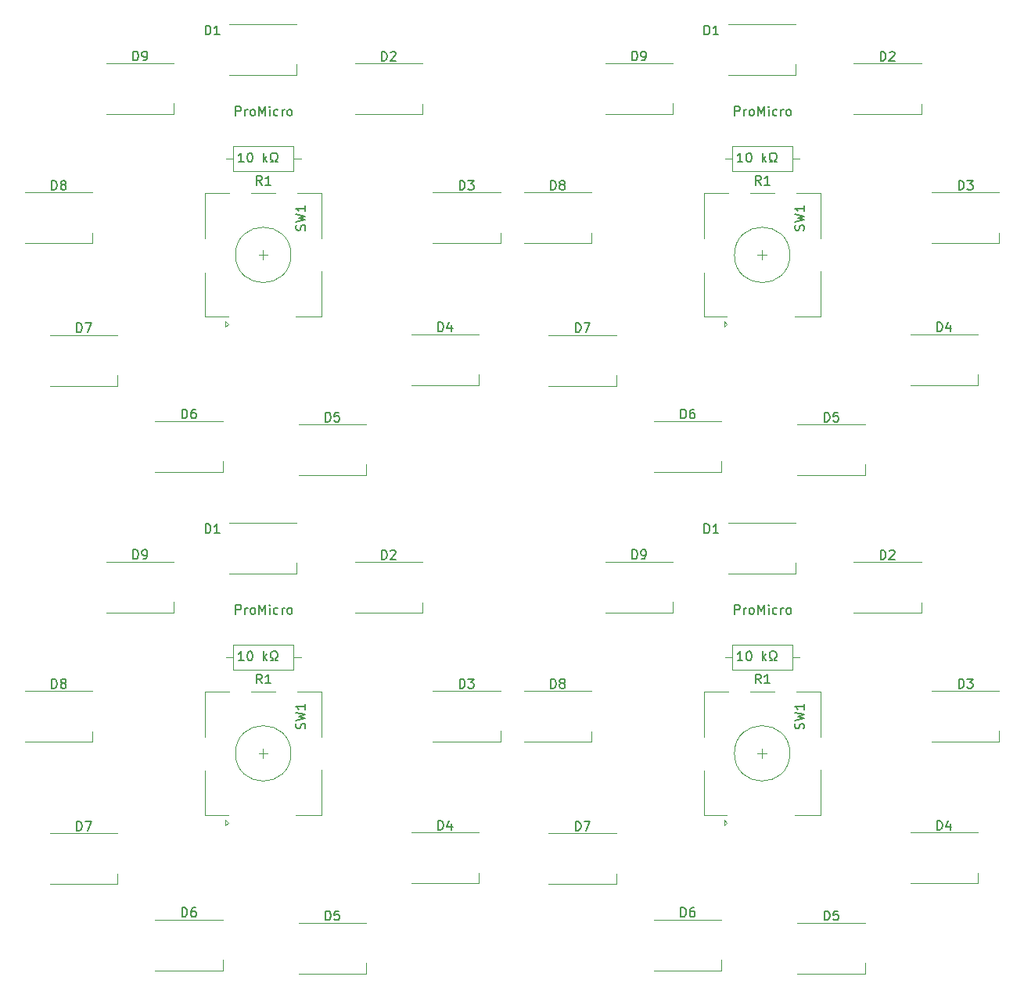
<source format=gbr>
%TF.GenerationSoftware,KiCad,Pcbnew,(6.0.0)*%
%TF.CreationDate,2022-01-01T21:56:51+01:00*%
%TF.ProjectId,VolumeKnob,566f6c75-6d65-44b6-9e6f-622e6b696361,rev?*%
%TF.SameCoordinates,Original*%
%TF.FileFunction,Legend,Top*%
%TF.FilePolarity,Positive*%
%FSLAX46Y46*%
G04 Gerber Fmt 4.6, Leading zero omitted, Abs format (unit mm)*
G04 Created by KiCad (PCBNEW (6.0.0)) date 2022-01-01 21:56:51*
%MOMM*%
%LPD*%
G01*
G04 APERTURE LIST*
%ADD10C,0.150000*%
%ADD11C,0.120000*%
G04 APERTURE END LIST*
D10*
%TO.C,D3*%
X71271901Y-42942377D02*
X71271901Y-41942377D01*
X71509997Y-41942377D01*
X71652854Y-41989997D01*
X71748092Y-42085235D01*
X71795711Y-42180473D01*
X71843330Y-42370949D01*
X71843330Y-42513806D01*
X71795711Y-42704282D01*
X71748092Y-42799520D01*
X71652854Y-42894758D01*
X71509997Y-42942377D01*
X71271901Y-42942377D01*
X72176663Y-41942377D02*
X72795711Y-41942377D01*
X72462377Y-42323330D01*
X72605235Y-42323330D01*
X72700473Y-42370949D01*
X72748092Y-42418568D01*
X72795711Y-42513806D01*
X72795711Y-42751901D01*
X72748092Y-42847139D01*
X72700473Y-42894758D01*
X72605235Y-42942377D01*
X72319520Y-42942377D01*
X72224282Y-42894758D01*
X72176663Y-42847139D01*
%TO.C,U1*%
X101036194Y-34912377D02*
X101036194Y-33912377D01*
X101417146Y-33912377D01*
X101512384Y-33959997D01*
X101560004Y-34007616D01*
X101607623Y-34102854D01*
X101607623Y-34245711D01*
X101560004Y-34340949D01*
X101512384Y-34388568D01*
X101417146Y-34436187D01*
X101036194Y-34436187D01*
X102036194Y-34912377D02*
X102036194Y-34245711D01*
X102036194Y-34436187D02*
X102083813Y-34340949D01*
X102131432Y-34293330D01*
X102226670Y-34245711D01*
X102321908Y-34245711D01*
X102798099Y-34912377D02*
X102702861Y-34864758D01*
X102655242Y-34817139D01*
X102607623Y-34721901D01*
X102607623Y-34436187D01*
X102655242Y-34340949D01*
X102702861Y-34293330D01*
X102798099Y-34245711D01*
X102940956Y-34245711D01*
X103036194Y-34293330D01*
X103083813Y-34340949D01*
X103131432Y-34436187D01*
X103131432Y-34721901D01*
X103083813Y-34817139D01*
X103036194Y-34864758D01*
X102940956Y-34912377D01*
X102798099Y-34912377D01*
X103560004Y-34912377D02*
X103560004Y-33912377D01*
X103893337Y-34626663D01*
X104226670Y-33912377D01*
X104226670Y-34912377D01*
X104702861Y-34912377D02*
X104702861Y-34245711D01*
X104702861Y-33912377D02*
X104655242Y-33959997D01*
X104702861Y-34007616D01*
X104750480Y-33959997D01*
X104702861Y-33912377D01*
X104702861Y-34007616D01*
X105607623Y-34864758D02*
X105512384Y-34912377D01*
X105321908Y-34912377D01*
X105226670Y-34864758D01*
X105179051Y-34817139D01*
X105131432Y-34721901D01*
X105131432Y-34436187D01*
X105179051Y-34340949D01*
X105226670Y-34293330D01*
X105321908Y-34245711D01*
X105512384Y-34245711D01*
X105607623Y-34293330D01*
X106036194Y-34912377D02*
X106036194Y-34245711D01*
X106036194Y-34436187D02*
X106083813Y-34340949D01*
X106131432Y-34293330D01*
X106226670Y-34245711D01*
X106321908Y-34245711D01*
X106798099Y-34912377D02*
X106702861Y-34864758D01*
X106655242Y-34817139D01*
X106607623Y-34721901D01*
X106607623Y-34436187D01*
X106655242Y-34340949D01*
X106702861Y-34293330D01*
X106798099Y-34245711D01*
X106940956Y-34245711D01*
X107036194Y-34293330D01*
X107083813Y-34340949D01*
X107131432Y-34436187D01*
X107131432Y-34721901D01*
X107083813Y-34817139D01*
X107036194Y-34864758D01*
X106940956Y-34912377D01*
X106798099Y-34912377D01*
%TO.C,D8*%
X81121908Y-96952383D02*
X81121908Y-95952383D01*
X81360004Y-95952383D01*
X81502861Y-96000003D01*
X81598099Y-96095241D01*
X81645718Y-96190479D01*
X81693337Y-96380955D01*
X81693337Y-96523812D01*
X81645718Y-96714288D01*
X81598099Y-96809526D01*
X81502861Y-96904764D01*
X81360004Y-96952383D01*
X81121908Y-96952383D01*
X82264765Y-96380955D02*
X82169527Y-96333336D01*
X82121908Y-96285717D01*
X82074289Y-96190479D01*
X82074289Y-96142860D01*
X82121908Y-96047622D01*
X82169527Y-96000003D01*
X82264765Y-95952383D01*
X82455242Y-95952383D01*
X82550480Y-96000003D01*
X82598099Y-96047622D01*
X82645718Y-96142860D01*
X82645718Y-96190479D01*
X82598099Y-96285717D01*
X82550480Y-96333336D01*
X82455242Y-96380955D01*
X82264765Y-96380955D01*
X82169527Y-96428574D01*
X82121908Y-96476193D01*
X82074289Y-96571431D01*
X82074289Y-96761907D01*
X82121908Y-96857145D01*
X82169527Y-96904764D01*
X82264765Y-96952383D01*
X82455242Y-96952383D01*
X82550480Y-96904764D01*
X82598099Y-96857145D01*
X82645718Y-96761907D01*
X82645718Y-96571431D01*
X82598099Y-96476193D01*
X82550480Y-96428574D01*
X82455242Y-96380955D01*
%TO.C,D4*%
X122931908Y-112292383D02*
X122931908Y-111292383D01*
X123170004Y-111292383D01*
X123312861Y-111340003D01*
X123408099Y-111435241D01*
X123455718Y-111530479D01*
X123503337Y-111720955D01*
X123503337Y-111863812D01*
X123455718Y-112054288D01*
X123408099Y-112149526D01*
X123312861Y-112244764D01*
X123170004Y-112292383D01*
X122931908Y-112292383D01*
X124360480Y-111625717D02*
X124360480Y-112292383D01*
X124122384Y-111244764D02*
X123884289Y-111959050D01*
X124503337Y-111959050D01*
%TO.C,D1*%
X43751901Y-26152377D02*
X43751901Y-25152377D01*
X43989997Y-25152377D01*
X44132854Y-25199997D01*
X44228092Y-25295235D01*
X44275711Y-25390473D01*
X44323330Y-25580949D01*
X44323330Y-25723806D01*
X44275711Y-25914282D01*
X44228092Y-26009520D01*
X44132854Y-26104758D01*
X43989997Y-26152377D01*
X43751901Y-26152377D01*
X45275711Y-26152377D02*
X44704282Y-26152377D01*
X44989997Y-26152377D02*
X44989997Y-25152377D01*
X44894758Y-25295235D01*
X44799520Y-25390473D01*
X44704282Y-25438092D01*
X97751908Y-80152383D02*
X97751908Y-79152383D01*
X97990004Y-79152383D01*
X98132861Y-79200003D01*
X98228099Y-79295241D01*
X98275718Y-79390479D01*
X98323337Y-79580955D01*
X98323337Y-79723812D01*
X98275718Y-79914288D01*
X98228099Y-80009526D01*
X98132861Y-80104764D01*
X97990004Y-80152383D01*
X97751908Y-80152383D01*
X99275718Y-80152383D02*
X98704289Y-80152383D01*
X98990004Y-80152383D02*
X98990004Y-79152383D01*
X98894765Y-79295241D01*
X98799527Y-79390479D01*
X98704289Y-79438098D01*
%TO.C,D3*%
X125271908Y-96942383D02*
X125271908Y-95942383D01*
X125510004Y-95942383D01*
X125652861Y-95990003D01*
X125748099Y-96085241D01*
X125795718Y-96180479D01*
X125843337Y-96370955D01*
X125843337Y-96513812D01*
X125795718Y-96704288D01*
X125748099Y-96799526D01*
X125652861Y-96894764D01*
X125510004Y-96942383D01*
X125271908Y-96942383D01*
X126176670Y-95942383D02*
X126795718Y-95942383D01*
X126462384Y-96323336D01*
X126605242Y-96323336D01*
X126700480Y-96370955D01*
X126748099Y-96418574D01*
X126795718Y-96513812D01*
X126795718Y-96751907D01*
X126748099Y-96847145D01*
X126700480Y-96894764D01*
X126605242Y-96942383D01*
X126319527Y-96942383D01*
X126224289Y-96894764D01*
X126176670Y-96847145D01*
%TO.C,D8*%
X27121901Y-42952377D02*
X27121901Y-41952377D01*
X27359997Y-41952377D01*
X27502854Y-41999997D01*
X27598092Y-42095235D01*
X27645711Y-42190473D01*
X27693330Y-42380949D01*
X27693330Y-42523806D01*
X27645711Y-42714282D01*
X27598092Y-42809520D01*
X27502854Y-42904758D01*
X27359997Y-42952377D01*
X27121901Y-42952377D01*
X28264758Y-42380949D02*
X28169520Y-42333330D01*
X28121901Y-42285711D01*
X28074282Y-42190473D01*
X28074282Y-42142854D01*
X28121901Y-42047616D01*
X28169520Y-41999997D01*
X28264758Y-41952377D01*
X28455235Y-41952377D01*
X28550473Y-41999997D01*
X28598092Y-42047616D01*
X28645711Y-42142854D01*
X28645711Y-42190473D01*
X28598092Y-42285711D01*
X28550473Y-42333330D01*
X28455235Y-42380949D01*
X28264758Y-42380949D01*
X28169520Y-42428568D01*
X28121901Y-42476187D01*
X28074282Y-42571425D01*
X28074282Y-42761901D01*
X28121901Y-42857139D01*
X28169520Y-42904758D01*
X28264758Y-42952377D01*
X28455235Y-42952377D01*
X28550473Y-42904758D01*
X28598092Y-42857139D01*
X28645711Y-42761901D01*
X28645711Y-42571425D01*
X28598092Y-42476187D01*
X28550473Y-42428568D01*
X28455235Y-42380949D01*
%TO.C,U1*%
X47036187Y-88912383D02*
X47036187Y-87912383D01*
X47417139Y-87912383D01*
X47512377Y-87960003D01*
X47559997Y-88007622D01*
X47607616Y-88102860D01*
X47607616Y-88245717D01*
X47559997Y-88340955D01*
X47512377Y-88388574D01*
X47417139Y-88436193D01*
X47036187Y-88436193D01*
X48036187Y-88912383D02*
X48036187Y-88245717D01*
X48036187Y-88436193D02*
X48083806Y-88340955D01*
X48131425Y-88293336D01*
X48226663Y-88245717D01*
X48321901Y-88245717D01*
X48798092Y-88912383D02*
X48702854Y-88864764D01*
X48655235Y-88817145D01*
X48607616Y-88721907D01*
X48607616Y-88436193D01*
X48655235Y-88340955D01*
X48702854Y-88293336D01*
X48798092Y-88245717D01*
X48940949Y-88245717D01*
X49036187Y-88293336D01*
X49083806Y-88340955D01*
X49131425Y-88436193D01*
X49131425Y-88721907D01*
X49083806Y-88817145D01*
X49036187Y-88864764D01*
X48940949Y-88912383D01*
X48798092Y-88912383D01*
X49559997Y-88912383D02*
X49559997Y-87912383D01*
X49893330Y-88626669D01*
X50226663Y-87912383D01*
X50226663Y-88912383D01*
X50702854Y-88912383D02*
X50702854Y-88245717D01*
X50702854Y-87912383D02*
X50655235Y-87960003D01*
X50702854Y-88007622D01*
X50750473Y-87960003D01*
X50702854Y-87912383D01*
X50702854Y-88007622D01*
X51607616Y-88864764D02*
X51512377Y-88912383D01*
X51321901Y-88912383D01*
X51226663Y-88864764D01*
X51179044Y-88817145D01*
X51131425Y-88721907D01*
X51131425Y-88436193D01*
X51179044Y-88340955D01*
X51226663Y-88293336D01*
X51321901Y-88245717D01*
X51512377Y-88245717D01*
X51607616Y-88293336D01*
X52036187Y-88912383D02*
X52036187Y-88245717D01*
X52036187Y-88436193D02*
X52083806Y-88340955D01*
X52131425Y-88293336D01*
X52226663Y-88245717D01*
X52321901Y-88245717D01*
X52798092Y-88912383D02*
X52702854Y-88864764D01*
X52655235Y-88817145D01*
X52607616Y-88721907D01*
X52607616Y-88436193D01*
X52655235Y-88340955D01*
X52702854Y-88293336D01*
X52798092Y-88245717D01*
X52940949Y-88245717D01*
X53036187Y-88293336D01*
X53083806Y-88340955D01*
X53131425Y-88436193D01*
X53131425Y-88721907D01*
X53083806Y-88817145D01*
X53036187Y-88864764D01*
X52940949Y-88912383D01*
X52798092Y-88912383D01*
X47036187Y-34912377D02*
X47036187Y-33912377D01*
X47417139Y-33912377D01*
X47512377Y-33959997D01*
X47559997Y-34007616D01*
X47607616Y-34102854D01*
X47607616Y-34245711D01*
X47559997Y-34340949D01*
X47512377Y-34388568D01*
X47417139Y-34436187D01*
X47036187Y-34436187D01*
X48036187Y-34912377D02*
X48036187Y-34245711D01*
X48036187Y-34436187D02*
X48083806Y-34340949D01*
X48131425Y-34293330D01*
X48226663Y-34245711D01*
X48321901Y-34245711D01*
X48798092Y-34912377D02*
X48702854Y-34864758D01*
X48655235Y-34817139D01*
X48607616Y-34721901D01*
X48607616Y-34436187D01*
X48655235Y-34340949D01*
X48702854Y-34293330D01*
X48798092Y-34245711D01*
X48940949Y-34245711D01*
X49036187Y-34293330D01*
X49083806Y-34340949D01*
X49131425Y-34436187D01*
X49131425Y-34721901D01*
X49083806Y-34817139D01*
X49036187Y-34864758D01*
X48940949Y-34912377D01*
X48798092Y-34912377D01*
X49559997Y-34912377D02*
X49559997Y-33912377D01*
X49893330Y-34626663D01*
X50226663Y-33912377D01*
X50226663Y-34912377D01*
X50702854Y-34912377D02*
X50702854Y-34245711D01*
X50702854Y-33912377D02*
X50655235Y-33959997D01*
X50702854Y-34007616D01*
X50750473Y-33959997D01*
X50702854Y-33912377D01*
X50702854Y-34007616D01*
X51607616Y-34864758D02*
X51512377Y-34912377D01*
X51321901Y-34912377D01*
X51226663Y-34864758D01*
X51179044Y-34817139D01*
X51131425Y-34721901D01*
X51131425Y-34436187D01*
X51179044Y-34340949D01*
X51226663Y-34293330D01*
X51321901Y-34245711D01*
X51512377Y-34245711D01*
X51607616Y-34293330D01*
X52036187Y-34912377D02*
X52036187Y-34245711D01*
X52036187Y-34436187D02*
X52083806Y-34340949D01*
X52131425Y-34293330D01*
X52226663Y-34245711D01*
X52321901Y-34245711D01*
X52798092Y-34912377D02*
X52702854Y-34864758D01*
X52655235Y-34817139D01*
X52607616Y-34721901D01*
X52607616Y-34436187D01*
X52655235Y-34340949D01*
X52702854Y-34293330D01*
X52798092Y-34245711D01*
X52940949Y-34245711D01*
X53036187Y-34293330D01*
X53083806Y-34340949D01*
X53131425Y-34436187D01*
X53131425Y-34721901D01*
X53083806Y-34817139D01*
X53036187Y-34864758D01*
X52940949Y-34912377D01*
X52798092Y-34912377D01*
%TO.C,SW1*%
X108504765Y-47333330D02*
X108552384Y-47190473D01*
X108552384Y-46952377D01*
X108504765Y-46857139D01*
X108457146Y-46809520D01*
X108361908Y-46761901D01*
X108266670Y-46761901D01*
X108171432Y-46809520D01*
X108123813Y-46857139D01*
X108076194Y-46952377D01*
X108028575Y-47142854D01*
X107980956Y-47238092D01*
X107933337Y-47285711D01*
X107838099Y-47333330D01*
X107742861Y-47333330D01*
X107647623Y-47285711D01*
X107600004Y-47238092D01*
X107552384Y-47142854D01*
X107552384Y-46904758D01*
X107600004Y-46761901D01*
X107552384Y-46428568D02*
X108552384Y-46190473D01*
X107838099Y-45999997D01*
X108552384Y-45809520D01*
X107552384Y-45571425D01*
X108552384Y-44666663D02*
X108552384Y-45238092D01*
X108552384Y-44952377D02*
X107552384Y-44952377D01*
X107695242Y-45047616D01*
X107790480Y-45142854D01*
X107838099Y-45238092D01*
%TO.C,D7*%
X29811901Y-112382383D02*
X29811901Y-111382383D01*
X30049997Y-111382383D01*
X30192854Y-111430003D01*
X30288092Y-111525241D01*
X30335711Y-111620479D01*
X30383330Y-111810955D01*
X30383330Y-111953812D01*
X30335711Y-112144288D01*
X30288092Y-112239526D01*
X30192854Y-112334764D01*
X30049997Y-112382383D01*
X29811901Y-112382383D01*
X30716663Y-111382383D02*
X31383330Y-111382383D01*
X30954758Y-112382383D01*
%TO.C,D5*%
X110731908Y-122072383D02*
X110731908Y-121072383D01*
X110970004Y-121072383D01*
X111112861Y-121120003D01*
X111208099Y-121215241D01*
X111255718Y-121310479D01*
X111303337Y-121500955D01*
X111303337Y-121643812D01*
X111255718Y-121834288D01*
X111208099Y-121929526D01*
X111112861Y-122024764D01*
X110970004Y-122072383D01*
X110731908Y-122072383D01*
X112208099Y-121072383D02*
X111731908Y-121072383D01*
X111684289Y-121548574D01*
X111731908Y-121500955D01*
X111827146Y-121453336D01*
X112065242Y-121453336D01*
X112160480Y-121500955D01*
X112208099Y-121548574D01*
X112255718Y-121643812D01*
X112255718Y-121881907D01*
X112208099Y-121977145D01*
X112160480Y-122024764D01*
X112065242Y-122072383D01*
X111827146Y-122072383D01*
X111731908Y-122024764D01*
X111684289Y-121977145D01*
%TO.C,D2*%
X62821901Y-28982377D02*
X62821901Y-27982377D01*
X63059997Y-27982377D01*
X63202854Y-28029997D01*
X63298092Y-28125235D01*
X63345711Y-28220473D01*
X63393330Y-28410949D01*
X63393330Y-28553806D01*
X63345711Y-28744282D01*
X63298092Y-28839520D01*
X63202854Y-28934758D01*
X63059997Y-28982377D01*
X62821901Y-28982377D01*
X63774282Y-28077616D02*
X63821901Y-28029997D01*
X63917139Y-27982377D01*
X64155235Y-27982377D01*
X64250473Y-28029997D01*
X64298092Y-28077616D01*
X64345711Y-28172854D01*
X64345711Y-28268092D01*
X64298092Y-28410949D01*
X63726663Y-28982377D01*
X64345711Y-28982377D01*
%TO.C,D1*%
X97751908Y-26152377D02*
X97751908Y-25152377D01*
X97990004Y-25152377D01*
X98132861Y-25199997D01*
X98228099Y-25295235D01*
X98275718Y-25390473D01*
X98323337Y-25580949D01*
X98323337Y-25723806D01*
X98275718Y-25914282D01*
X98228099Y-26009520D01*
X98132861Y-26104758D01*
X97990004Y-26152377D01*
X97751908Y-26152377D01*
X99275718Y-26152377D02*
X98704289Y-26152377D01*
X98990004Y-26152377D02*
X98990004Y-25152377D01*
X98894765Y-25295235D01*
X98799527Y-25390473D01*
X98704289Y-25438092D01*
%TO.C,D2*%
X62821901Y-82982383D02*
X62821901Y-81982383D01*
X63059997Y-81982383D01*
X63202854Y-82030003D01*
X63298092Y-82125241D01*
X63345711Y-82220479D01*
X63393330Y-82410955D01*
X63393330Y-82553812D01*
X63345711Y-82744288D01*
X63298092Y-82839526D01*
X63202854Y-82934764D01*
X63059997Y-82982383D01*
X62821901Y-82982383D01*
X63774282Y-82077622D02*
X63821901Y-82030003D01*
X63917139Y-81982383D01*
X64155235Y-81982383D01*
X64250473Y-82030003D01*
X64298092Y-82077622D01*
X64345711Y-82172860D01*
X64345711Y-82268098D01*
X64298092Y-82410955D01*
X63726663Y-82982383D01*
X64345711Y-82982383D01*
%TO.C,SW1*%
X54504758Y-101333336D02*
X54552377Y-101190479D01*
X54552377Y-100952383D01*
X54504758Y-100857145D01*
X54457139Y-100809526D01*
X54361901Y-100761907D01*
X54266663Y-100761907D01*
X54171425Y-100809526D01*
X54123806Y-100857145D01*
X54076187Y-100952383D01*
X54028568Y-101142860D01*
X53980949Y-101238098D01*
X53933330Y-101285717D01*
X53838092Y-101333336D01*
X53742854Y-101333336D01*
X53647616Y-101285717D01*
X53599997Y-101238098D01*
X53552377Y-101142860D01*
X53552377Y-100904764D01*
X53599997Y-100761907D01*
X53552377Y-100428574D02*
X54552377Y-100190479D01*
X53838092Y-100000003D01*
X54552377Y-99809526D01*
X53552377Y-99571431D01*
X54552377Y-98666669D02*
X54552377Y-99238098D01*
X54552377Y-98952383D02*
X53552377Y-98952383D01*
X53695235Y-99047622D01*
X53790473Y-99142860D01*
X53838092Y-99238098D01*
%TO.C,D5*%
X56731901Y-122072383D02*
X56731901Y-121072383D01*
X56969997Y-121072383D01*
X57112854Y-121120003D01*
X57208092Y-121215241D01*
X57255711Y-121310479D01*
X57303330Y-121500955D01*
X57303330Y-121643812D01*
X57255711Y-121834288D01*
X57208092Y-121929526D01*
X57112854Y-122024764D01*
X56969997Y-122072383D01*
X56731901Y-122072383D01*
X58208092Y-121072383D02*
X57731901Y-121072383D01*
X57684282Y-121548574D01*
X57731901Y-121500955D01*
X57827139Y-121453336D01*
X58065235Y-121453336D01*
X58160473Y-121500955D01*
X58208092Y-121548574D01*
X58255711Y-121643812D01*
X58255711Y-121881907D01*
X58208092Y-121977145D01*
X58160473Y-122024764D01*
X58065235Y-122072383D01*
X57827139Y-122072383D01*
X57731901Y-122024764D01*
X57684282Y-121977145D01*
%TO.C,D4*%
X68931901Y-58292377D02*
X68931901Y-57292377D01*
X69169997Y-57292377D01*
X69312854Y-57339997D01*
X69408092Y-57435235D01*
X69455711Y-57530473D01*
X69503330Y-57720949D01*
X69503330Y-57863806D01*
X69455711Y-58054282D01*
X69408092Y-58149520D01*
X69312854Y-58244758D01*
X69169997Y-58292377D01*
X68931901Y-58292377D01*
X70360473Y-57625711D02*
X70360473Y-58292377D01*
X70122377Y-57244758D02*
X69884282Y-57959044D01*
X70503330Y-57959044D01*
%TO.C,D5*%
X56731901Y-68072377D02*
X56731901Y-67072377D01*
X56969997Y-67072377D01*
X57112854Y-67119997D01*
X57208092Y-67215235D01*
X57255711Y-67310473D01*
X57303330Y-67500949D01*
X57303330Y-67643806D01*
X57255711Y-67834282D01*
X57208092Y-67929520D01*
X57112854Y-68024758D01*
X56969997Y-68072377D01*
X56731901Y-68072377D01*
X58208092Y-67072377D02*
X57731901Y-67072377D01*
X57684282Y-67548568D01*
X57731901Y-67500949D01*
X57827139Y-67453330D01*
X58065235Y-67453330D01*
X58160473Y-67500949D01*
X58208092Y-67548568D01*
X58255711Y-67643806D01*
X58255711Y-67881901D01*
X58208092Y-67977139D01*
X58160473Y-68024758D01*
X58065235Y-68072377D01*
X57827139Y-68072377D01*
X57731901Y-68024758D01*
X57684282Y-67977139D01*
%TO.C,R1*%
X103863337Y-96422383D02*
X103530004Y-95946193D01*
X103291908Y-96422383D02*
X103291908Y-95422383D01*
X103672861Y-95422383D01*
X103768099Y-95470003D01*
X103815718Y-95517622D01*
X103863337Y-95612860D01*
X103863337Y-95755717D01*
X103815718Y-95850955D01*
X103768099Y-95898574D01*
X103672861Y-95946193D01*
X103291908Y-95946193D01*
X104815718Y-96422383D02*
X104244289Y-96422383D01*
X104530004Y-96422383D02*
X104530004Y-95422383D01*
X104434765Y-95565241D01*
X104339527Y-95660479D01*
X104244289Y-95708098D01*
X101891432Y-93952383D02*
X101320004Y-93952383D01*
X101605718Y-93952383D02*
X101605718Y-92952383D01*
X101510480Y-93095241D01*
X101415242Y-93190479D01*
X101320004Y-93238098D01*
X102510480Y-92952383D02*
X102605718Y-92952383D01*
X102700956Y-93000003D01*
X102748575Y-93047622D01*
X102796194Y-93142860D01*
X102843813Y-93333336D01*
X102843813Y-93571431D01*
X102796194Y-93761907D01*
X102748575Y-93857145D01*
X102700956Y-93904764D01*
X102605718Y-93952383D01*
X102510480Y-93952383D01*
X102415242Y-93904764D01*
X102367623Y-93857145D01*
X102320004Y-93761907D01*
X102272384Y-93571431D01*
X102272384Y-93333336D01*
X102320004Y-93142860D01*
X102367623Y-93047622D01*
X102415242Y-93000003D01*
X102510480Y-92952383D01*
X104034289Y-93952383D02*
X104034289Y-92952383D01*
X104129527Y-93571431D02*
X104415242Y-93952383D01*
X104415242Y-93285717D02*
X104034289Y-93666669D01*
X104796194Y-93952383D02*
X105034289Y-93952383D01*
X105034289Y-93761907D01*
X104939051Y-93714288D01*
X104843813Y-93619050D01*
X104796194Y-93476193D01*
X104796194Y-93238098D01*
X104843813Y-93095241D01*
X104939051Y-93000003D01*
X105081908Y-92952383D01*
X105272384Y-92952383D01*
X105415242Y-93000003D01*
X105510480Y-93095241D01*
X105558099Y-93238098D01*
X105558099Y-93476193D01*
X105510480Y-93619050D01*
X105415242Y-93714288D01*
X105320004Y-93761907D01*
X105320004Y-93952383D01*
X105558099Y-93952383D01*
%TO.C,SW1*%
X54504758Y-47333330D02*
X54552377Y-47190473D01*
X54552377Y-46952377D01*
X54504758Y-46857139D01*
X54457139Y-46809520D01*
X54361901Y-46761901D01*
X54266663Y-46761901D01*
X54171425Y-46809520D01*
X54123806Y-46857139D01*
X54076187Y-46952377D01*
X54028568Y-47142854D01*
X53980949Y-47238092D01*
X53933330Y-47285711D01*
X53838092Y-47333330D01*
X53742854Y-47333330D01*
X53647616Y-47285711D01*
X53599997Y-47238092D01*
X53552377Y-47142854D01*
X53552377Y-46904758D01*
X53599997Y-46761901D01*
X53552377Y-46428568D02*
X54552377Y-46190473D01*
X53838092Y-45999997D01*
X54552377Y-45809520D01*
X53552377Y-45571425D01*
X54552377Y-44666663D02*
X54552377Y-45238092D01*
X54552377Y-44952377D02*
X53552377Y-44952377D01*
X53695235Y-45047616D01*
X53790473Y-45142854D01*
X53838092Y-45238092D01*
%TO.C,D3*%
X71271901Y-96942383D02*
X71271901Y-95942383D01*
X71509997Y-95942383D01*
X71652854Y-95990003D01*
X71748092Y-96085241D01*
X71795711Y-96180479D01*
X71843330Y-96370955D01*
X71843330Y-96513812D01*
X71795711Y-96704288D01*
X71748092Y-96799526D01*
X71652854Y-96894764D01*
X71509997Y-96942383D01*
X71271901Y-96942383D01*
X72176663Y-95942383D02*
X72795711Y-95942383D01*
X72462377Y-96323336D01*
X72605235Y-96323336D01*
X72700473Y-96370955D01*
X72748092Y-96418574D01*
X72795711Y-96513812D01*
X72795711Y-96751907D01*
X72748092Y-96847145D01*
X72700473Y-96894764D01*
X72605235Y-96942383D01*
X72319520Y-96942383D01*
X72224282Y-96894764D01*
X72176663Y-96847145D01*
%TO.C,D9*%
X89921908Y-28942377D02*
X89921908Y-27942377D01*
X90160004Y-27942377D01*
X90302861Y-27989997D01*
X90398099Y-28085235D01*
X90445718Y-28180473D01*
X90493337Y-28370949D01*
X90493337Y-28513806D01*
X90445718Y-28704282D01*
X90398099Y-28799520D01*
X90302861Y-28894758D01*
X90160004Y-28942377D01*
X89921908Y-28942377D01*
X90969527Y-28942377D02*
X91160004Y-28942377D01*
X91255242Y-28894758D01*
X91302861Y-28847139D01*
X91398099Y-28704282D01*
X91445718Y-28513806D01*
X91445718Y-28132854D01*
X91398099Y-28037616D01*
X91350480Y-27989997D01*
X91255242Y-27942377D01*
X91064765Y-27942377D01*
X90969527Y-27989997D01*
X90921908Y-28037616D01*
X90874289Y-28132854D01*
X90874289Y-28370949D01*
X90921908Y-28466187D01*
X90969527Y-28513806D01*
X91064765Y-28561425D01*
X91255242Y-28561425D01*
X91350480Y-28513806D01*
X91398099Y-28466187D01*
X91445718Y-28370949D01*
%TO.C,D6*%
X95211908Y-121712383D02*
X95211908Y-120712383D01*
X95450004Y-120712383D01*
X95592861Y-120760003D01*
X95688099Y-120855241D01*
X95735718Y-120950479D01*
X95783337Y-121140955D01*
X95783337Y-121283812D01*
X95735718Y-121474288D01*
X95688099Y-121569526D01*
X95592861Y-121664764D01*
X95450004Y-121712383D01*
X95211908Y-121712383D01*
X96640480Y-120712383D02*
X96450004Y-120712383D01*
X96354765Y-120760003D01*
X96307146Y-120807622D01*
X96211908Y-120950479D01*
X96164289Y-121140955D01*
X96164289Y-121521907D01*
X96211908Y-121617145D01*
X96259527Y-121664764D01*
X96354765Y-121712383D01*
X96545242Y-121712383D01*
X96640480Y-121664764D01*
X96688099Y-121617145D01*
X96735718Y-121521907D01*
X96735718Y-121283812D01*
X96688099Y-121188574D01*
X96640480Y-121140955D01*
X96545242Y-121093336D01*
X96354765Y-121093336D01*
X96259527Y-121140955D01*
X96211908Y-121188574D01*
X96164289Y-121283812D01*
%TO.C,D4*%
X122931908Y-58292377D02*
X122931908Y-57292377D01*
X123170004Y-57292377D01*
X123312861Y-57339997D01*
X123408099Y-57435235D01*
X123455718Y-57530473D01*
X123503337Y-57720949D01*
X123503337Y-57863806D01*
X123455718Y-58054282D01*
X123408099Y-58149520D01*
X123312861Y-58244758D01*
X123170004Y-58292377D01*
X122931908Y-58292377D01*
X124360480Y-57625711D02*
X124360480Y-58292377D01*
X124122384Y-57244758D02*
X123884289Y-57959044D01*
X124503337Y-57959044D01*
%TO.C,D9*%
X35921901Y-82942383D02*
X35921901Y-81942383D01*
X36159997Y-81942383D01*
X36302854Y-81990003D01*
X36398092Y-82085241D01*
X36445711Y-82180479D01*
X36493330Y-82370955D01*
X36493330Y-82513812D01*
X36445711Y-82704288D01*
X36398092Y-82799526D01*
X36302854Y-82894764D01*
X36159997Y-82942383D01*
X35921901Y-82942383D01*
X36969520Y-82942383D02*
X37159997Y-82942383D01*
X37255235Y-82894764D01*
X37302854Y-82847145D01*
X37398092Y-82704288D01*
X37445711Y-82513812D01*
X37445711Y-82132860D01*
X37398092Y-82037622D01*
X37350473Y-81990003D01*
X37255235Y-81942383D01*
X37064758Y-81942383D01*
X36969520Y-81990003D01*
X36921901Y-82037622D01*
X36874282Y-82132860D01*
X36874282Y-82370955D01*
X36921901Y-82466193D01*
X36969520Y-82513812D01*
X37064758Y-82561431D01*
X37255235Y-82561431D01*
X37350473Y-82513812D01*
X37398092Y-82466193D01*
X37445711Y-82370955D01*
X35921901Y-28942377D02*
X35921901Y-27942377D01*
X36159997Y-27942377D01*
X36302854Y-27989997D01*
X36398092Y-28085235D01*
X36445711Y-28180473D01*
X36493330Y-28370949D01*
X36493330Y-28513806D01*
X36445711Y-28704282D01*
X36398092Y-28799520D01*
X36302854Y-28894758D01*
X36159997Y-28942377D01*
X35921901Y-28942377D01*
X36969520Y-28942377D02*
X37159997Y-28942377D01*
X37255235Y-28894758D01*
X37302854Y-28847139D01*
X37398092Y-28704282D01*
X37445711Y-28513806D01*
X37445711Y-28132854D01*
X37398092Y-28037616D01*
X37350473Y-27989997D01*
X37255235Y-27942377D01*
X37064758Y-27942377D01*
X36969520Y-27989997D01*
X36921901Y-28037616D01*
X36874282Y-28132854D01*
X36874282Y-28370949D01*
X36921901Y-28466187D01*
X36969520Y-28513806D01*
X37064758Y-28561425D01*
X37255235Y-28561425D01*
X37350473Y-28513806D01*
X37398092Y-28466187D01*
X37445711Y-28370949D01*
%TO.C,D8*%
X27121901Y-96952383D02*
X27121901Y-95952383D01*
X27359997Y-95952383D01*
X27502854Y-96000003D01*
X27598092Y-96095241D01*
X27645711Y-96190479D01*
X27693330Y-96380955D01*
X27693330Y-96523812D01*
X27645711Y-96714288D01*
X27598092Y-96809526D01*
X27502854Y-96904764D01*
X27359997Y-96952383D01*
X27121901Y-96952383D01*
X28264758Y-96380955D02*
X28169520Y-96333336D01*
X28121901Y-96285717D01*
X28074282Y-96190479D01*
X28074282Y-96142860D01*
X28121901Y-96047622D01*
X28169520Y-96000003D01*
X28264758Y-95952383D01*
X28455235Y-95952383D01*
X28550473Y-96000003D01*
X28598092Y-96047622D01*
X28645711Y-96142860D01*
X28645711Y-96190479D01*
X28598092Y-96285717D01*
X28550473Y-96333336D01*
X28455235Y-96380955D01*
X28264758Y-96380955D01*
X28169520Y-96428574D01*
X28121901Y-96476193D01*
X28074282Y-96571431D01*
X28074282Y-96761907D01*
X28121901Y-96857145D01*
X28169520Y-96904764D01*
X28264758Y-96952383D01*
X28455235Y-96952383D01*
X28550473Y-96904764D01*
X28598092Y-96857145D01*
X28645711Y-96761907D01*
X28645711Y-96571431D01*
X28598092Y-96476193D01*
X28550473Y-96428574D01*
X28455235Y-96380955D01*
%TO.C,D4*%
X68931901Y-112292383D02*
X68931901Y-111292383D01*
X69169997Y-111292383D01*
X69312854Y-111340003D01*
X69408092Y-111435241D01*
X69455711Y-111530479D01*
X69503330Y-111720955D01*
X69503330Y-111863812D01*
X69455711Y-112054288D01*
X69408092Y-112149526D01*
X69312854Y-112244764D01*
X69169997Y-112292383D01*
X68931901Y-112292383D01*
X70360473Y-111625717D02*
X70360473Y-112292383D01*
X70122377Y-111244764D02*
X69884282Y-111959050D01*
X70503330Y-111959050D01*
%TO.C,D6*%
X41211901Y-67712377D02*
X41211901Y-66712377D01*
X41449997Y-66712377D01*
X41592854Y-66759997D01*
X41688092Y-66855235D01*
X41735711Y-66950473D01*
X41783330Y-67140949D01*
X41783330Y-67283806D01*
X41735711Y-67474282D01*
X41688092Y-67569520D01*
X41592854Y-67664758D01*
X41449997Y-67712377D01*
X41211901Y-67712377D01*
X42640473Y-66712377D02*
X42449997Y-66712377D01*
X42354758Y-66759997D01*
X42307139Y-66807616D01*
X42211901Y-66950473D01*
X42164282Y-67140949D01*
X42164282Y-67521901D01*
X42211901Y-67617139D01*
X42259520Y-67664758D01*
X42354758Y-67712377D01*
X42545235Y-67712377D01*
X42640473Y-67664758D01*
X42688092Y-67617139D01*
X42735711Y-67521901D01*
X42735711Y-67283806D01*
X42688092Y-67188568D01*
X42640473Y-67140949D01*
X42545235Y-67093330D01*
X42354758Y-67093330D01*
X42259520Y-67140949D01*
X42211901Y-67188568D01*
X42164282Y-67283806D01*
%TO.C,D7*%
X83811908Y-112382383D02*
X83811908Y-111382383D01*
X84050004Y-111382383D01*
X84192861Y-111430003D01*
X84288099Y-111525241D01*
X84335718Y-111620479D01*
X84383337Y-111810955D01*
X84383337Y-111953812D01*
X84335718Y-112144288D01*
X84288099Y-112239526D01*
X84192861Y-112334764D01*
X84050004Y-112382383D01*
X83811908Y-112382383D01*
X84716670Y-111382383D02*
X85383337Y-111382383D01*
X84954765Y-112382383D01*
X83811908Y-58382377D02*
X83811908Y-57382377D01*
X84050004Y-57382377D01*
X84192861Y-57429997D01*
X84288099Y-57525235D01*
X84335718Y-57620473D01*
X84383337Y-57810949D01*
X84383337Y-57953806D01*
X84335718Y-58144282D01*
X84288099Y-58239520D01*
X84192861Y-58334758D01*
X84050004Y-58382377D01*
X83811908Y-58382377D01*
X84716670Y-57382377D02*
X85383337Y-57382377D01*
X84954765Y-58382377D01*
%TO.C,D5*%
X110731908Y-68072377D02*
X110731908Y-67072377D01*
X110970004Y-67072377D01*
X111112861Y-67119997D01*
X111208099Y-67215235D01*
X111255718Y-67310473D01*
X111303337Y-67500949D01*
X111303337Y-67643806D01*
X111255718Y-67834282D01*
X111208099Y-67929520D01*
X111112861Y-68024758D01*
X110970004Y-68072377D01*
X110731908Y-68072377D01*
X112208099Y-67072377D02*
X111731908Y-67072377D01*
X111684289Y-67548568D01*
X111731908Y-67500949D01*
X111827146Y-67453330D01*
X112065242Y-67453330D01*
X112160480Y-67500949D01*
X112208099Y-67548568D01*
X112255718Y-67643806D01*
X112255718Y-67881901D01*
X112208099Y-67977139D01*
X112160480Y-68024758D01*
X112065242Y-68072377D01*
X111827146Y-68072377D01*
X111731908Y-68024758D01*
X111684289Y-67977139D01*
%TO.C,D1*%
X43751901Y-80152383D02*
X43751901Y-79152383D01*
X43989997Y-79152383D01*
X44132854Y-79200003D01*
X44228092Y-79295241D01*
X44275711Y-79390479D01*
X44323330Y-79580955D01*
X44323330Y-79723812D01*
X44275711Y-79914288D01*
X44228092Y-80009526D01*
X44132854Y-80104764D01*
X43989997Y-80152383D01*
X43751901Y-80152383D01*
X45275711Y-80152383D02*
X44704282Y-80152383D01*
X44989997Y-80152383D02*
X44989997Y-79152383D01*
X44894758Y-79295241D01*
X44799520Y-79390479D01*
X44704282Y-79438098D01*
%TO.C,D9*%
X89921908Y-82942383D02*
X89921908Y-81942383D01*
X90160004Y-81942383D01*
X90302861Y-81990003D01*
X90398099Y-82085241D01*
X90445718Y-82180479D01*
X90493337Y-82370955D01*
X90493337Y-82513812D01*
X90445718Y-82704288D01*
X90398099Y-82799526D01*
X90302861Y-82894764D01*
X90160004Y-82942383D01*
X89921908Y-82942383D01*
X90969527Y-82942383D02*
X91160004Y-82942383D01*
X91255242Y-82894764D01*
X91302861Y-82847145D01*
X91398099Y-82704288D01*
X91445718Y-82513812D01*
X91445718Y-82132860D01*
X91398099Y-82037622D01*
X91350480Y-81990003D01*
X91255242Y-81942383D01*
X91064765Y-81942383D01*
X90969527Y-81990003D01*
X90921908Y-82037622D01*
X90874289Y-82132860D01*
X90874289Y-82370955D01*
X90921908Y-82466193D01*
X90969527Y-82513812D01*
X91064765Y-82561431D01*
X91255242Y-82561431D01*
X91350480Y-82513812D01*
X91398099Y-82466193D01*
X91445718Y-82370955D01*
%TO.C,D3*%
X125271908Y-42942377D02*
X125271908Y-41942377D01*
X125510004Y-41942377D01*
X125652861Y-41989997D01*
X125748099Y-42085235D01*
X125795718Y-42180473D01*
X125843337Y-42370949D01*
X125843337Y-42513806D01*
X125795718Y-42704282D01*
X125748099Y-42799520D01*
X125652861Y-42894758D01*
X125510004Y-42942377D01*
X125271908Y-42942377D01*
X126176670Y-41942377D02*
X126795718Y-41942377D01*
X126462384Y-42323330D01*
X126605242Y-42323330D01*
X126700480Y-42370949D01*
X126748099Y-42418568D01*
X126795718Y-42513806D01*
X126795718Y-42751901D01*
X126748099Y-42847139D01*
X126700480Y-42894758D01*
X126605242Y-42942377D01*
X126319527Y-42942377D01*
X126224289Y-42894758D01*
X126176670Y-42847139D01*
%TO.C,R1*%
X49863330Y-42422377D02*
X49529997Y-41946187D01*
X49291901Y-42422377D02*
X49291901Y-41422377D01*
X49672854Y-41422377D01*
X49768092Y-41469997D01*
X49815711Y-41517616D01*
X49863330Y-41612854D01*
X49863330Y-41755711D01*
X49815711Y-41850949D01*
X49768092Y-41898568D01*
X49672854Y-41946187D01*
X49291901Y-41946187D01*
X50815711Y-42422377D02*
X50244282Y-42422377D01*
X50529997Y-42422377D02*
X50529997Y-41422377D01*
X50434758Y-41565235D01*
X50339520Y-41660473D01*
X50244282Y-41708092D01*
X47891425Y-39952377D02*
X47319997Y-39952377D01*
X47605711Y-39952377D02*
X47605711Y-38952377D01*
X47510473Y-39095235D01*
X47415235Y-39190473D01*
X47319997Y-39238092D01*
X48510473Y-38952377D02*
X48605711Y-38952377D01*
X48700949Y-38999997D01*
X48748568Y-39047616D01*
X48796187Y-39142854D01*
X48843806Y-39333330D01*
X48843806Y-39571425D01*
X48796187Y-39761901D01*
X48748568Y-39857139D01*
X48700949Y-39904758D01*
X48605711Y-39952377D01*
X48510473Y-39952377D01*
X48415235Y-39904758D01*
X48367616Y-39857139D01*
X48319997Y-39761901D01*
X48272377Y-39571425D01*
X48272377Y-39333330D01*
X48319997Y-39142854D01*
X48367616Y-39047616D01*
X48415235Y-38999997D01*
X48510473Y-38952377D01*
X50034282Y-39952377D02*
X50034282Y-38952377D01*
X50129520Y-39571425D02*
X50415235Y-39952377D01*
X50415235Y-39285711D02*
X50034282Y-39666663D01*
X50796187Y-39952377D02*
X51034282Y-39952377D01*
X51034282Y-39761901D01*
X50939044Y-39714282D01*
X50843806Y-39619044D01*
X50796187Y-39476187D01*
X50796187Y-39238092D01*
X50843806Y-39095235D01*
X50939044Y-38999997D01*
X51081901Y-38952377D01*
X51272377Y-38952377D01*
X51415235Y-38999997D01*
X51510473Y-39095235D01*
X51558092Y-39238092D01*
X51558092Y-39476187D01*
X51510473Y-39619044D01*
X51415235Y-39714282D01*
X51319997Y-39761901D01*
X51319997Y-39952377D01*
X51558092Y-39952377D01*
%TO.C,D2*%
X116821908Y-82982383D02*
X116821908Y-81982383D01*
X117060004Y-81982383D01*
X117202861Y-82030003D01*
X117298099Y-82125241D01*
X117345718Y-82220479D01*
X117393337Y-82410955D01*
X117393337Y-82553812D01*
X117345718Y-82744288D01*
X117298099Y-82839526D01*
X117202861Y-82934764D01*
X117060004Y-82982383D01*
X116821908Y-82982383D01*
X117774289Y-82077622D02*
X117821908Y-82030003D01*
X117917146Y-81982383D01*
X118155242Y-81982383D01*
X118250480Y-82030003D01*
X118298099Y-82077622D01*
X118345718Y-82172860D01*
X118345718Y-82268098D01*
X118298099Y-82410955D01*
X117726670Y-82982383D01*
X118345718Y-82982383D01*
%TO.C,D7*%
X29811901Y-58382377D02*
X29811901Y-57382377D01*
X30049997Y-57382377D01*
X30192854Y-57429997D01*
X30288092Y-57525235D01*
X30335711Y-57620473D01*
X30383330Y-57810949D01*
X30383330Y-57953806D01*
X30335711Y-58144282D01*
X30288092Y-58239520D01*
X30192854Y-58334758D01*
X30049997Y-58382377D01*
X29811901Y-58382377D01*
X30716663Y-57382377D02*
X31383330Y-57382377D01*
X30954758Y-58382377D01*
%TO.C,SW1*%
X108504765Y-101333336D02*
X108552384Y-101190479D01*
X108552384Y-100952383D01*
X108504765Y-100857145D01*
X108457146Y-100809526D01*
X108361908Y-100761907D01*
X108266670Y-100761907D01*
X108171432Y-100809526D01*
X108123813Y-100857145D01*
X108076194Y-100952383D01*
X108028575Y-101142860D01*
X107980956Y-101238098D01*
X107933337Y-101285717D01*
X107838099Y-101333336D01*
X107742861Y-101333336D01*
X107647623Y-101285717D01*
X107600004Y-101238098D01*
X107552384Y-101142860D01*
X107552384Y-100904764D01*
X107600004Y-100761907D01*
X107552384Y-100428574D02*
X108552384Y-100190479D01*
X107838099Y-100000003D01*
X108552384Y-99809526D01*
X107552384Y-99571431D01*
X108552384Y-98666669D02*
X108552384Y-99238098D01*
X108552384Y-98952383D02*
X107552384Y-98952383D01*
X107695242Y-99047622D01*
X107790480Y-99142860D01*
X107838099Y-99238098D01*
%TO.C,D8*%
X81121908Y-42952377D02*
X81121908Y-41952377D01*
X81360004Y-41952377D01*
X81502861Y-41999997D01*
X81598099Y-42095235D01*
X81645718Y-42190473D01*
X81693337Y-42380949D01*
X81693337Y-42523806D01*
X81645718Y-42714282D01*
X81598099Y-42809520D01*
X81502861Y-42904758D01*
X81360004Y-42952377D01*
X81121908Y-42952377D01*
X82264765Y-42380949D02*
X82169527Y-42333330D01*
X82121908Y-42285711D01*
X82074289Y-42190473D01*
X82074289Y-42142854D01*
X82121908Y-42047616D01*
X82169527Y-41999997D01*
X82264765Y-41952377D01*
X82455242Y-41952377D01*
X82550480Y-41999997D01*
X82598099Y-42047616D01*
X82645718Y-42142854D01*
X82645718Y-42190473D01*
X82598099Y-42285711D01*
X82550480Y-42333330D01*
X82455242Y-42380949D01*
X82264765Y-42380949D01*
X82169527Y-42428568D01*
X82121908Y-42476187D01*
X82074289Y-42571425D01*
X82074289Y-42761901D01*
X82121908Y-42857139D01*
X82169527Y-42904758D01*
X82264765Y-42952377D01*
X82455242Y-42952377D01*
X82550480Y-42904758D01*
X82598099Y-42857139D01*
X82645718Y-42761901D01*
X82645718Y-42571425D01*
X82598099Y-42476187D01*
X82550480Y-42428568D01*
X82455242Y-42380949D01*
%TO.C,R1*%
X49863330Y-96422383D02*
X49529997Y-95946193D01*
X49291901Y-96422383D02*
X49291901Y-95422383D01*
X49672854Y-95422383D01*
X49768092Y-95470003D01*
X49815711Y-95517622D01*
X49863330Y-95612860D01*
X49863330Y-95755717D01*
X49815711Y-95850955D01*
X49768092Y-95898574D01*
X49672854Y-95946193D01*
X49291901Y-95946193D01*
X50815711Y-96422383D02*
X50244282Y-96422383D01*
X50529997Y-96422383D02*
X50529997Y-95422383D01*
X50434758Y-95565241D01*
X50339520Y-95660479D01*
X50244282Y-95708098D01*
X47891425Y-93952383D02*
X47319997Y-93952383D01*
X47605711Y-93952383D02*
X47605711Y-92952383D01*
X47510473Y-93095241D01*
X47415235Y-93190479D01*
X47319997Y-93238098D01*
X48510473Y-92952383D02*
X48605711Y-92952383D01*
X48700949Y-93000003D01*
X48748568Y-93047622D01*
X48796187Y-93142860D01*
X48843806Y-93333336D01*
X48843806Y-93571431D01*
X48796187Y-93761907D01*
X48748568Y-93857145D01*
X48700949Y-93904764D01*
X48605711Y-93952383D01*
X48510473Y-93952383D01*
X48415235Y-93904764D01*
X48367616Y-93857145D01*
X48319997Y-93761907D01*
X48272377Y-93571431D01*
X48272377Y-93333336D01*
X48319997Y-93142860D01*
X48367616Y-93047622D01*
X48415235Y-93000003D01*
X48510473Y-92952383D01*
X50034282Y-93952383D02*
X50034282Y-92952383D01*
X50129520Y-93571431D02*
X50415235Y-93952383D01*
X50415235Y-93285717D02*
X50034282Y-93666669D01*
X50796187Y-93952383D02*
X51034282Y-93952383D01*
X51034282Y-93761907D01*
X50939044Y-93714288D01*
X50843806Y-93619050D01*
X50796187Y-93476193D01*
X50796187Y-93238098D01*
X50843806Y-93095241D01*
X50939044Y-93000003D01*
X51081901Y-92952383D01*
X51272377Y-92952383D01*
X51415235Y-93000003D01*
X51510473Y-93095241D01*
X51558092Y-93238098D01*
X51558092Y-93476193D01*
X51510473Y-93619050D01*
X51415235Y-93714288D01*
X51319997Y-93761907D01*
X51319997Y-93952383D01*
X51558092Y-93952383D01*
%TO.C,D6*%
X95211908Y-67712377D02*
X95211908Y-66712377D01*
X95450004Y-66712377D01*
X95592861Y-66759997D01*
X95688099Y-66855235D01*
X95735718Y-66950473D01*
X95783337Y-67140949D01*
X95783337Y-67283806D01*
X95735718Y-67474282D01*
X95688099Y-67569520D01*
X95592861Y-67664758D01*
X95450004Y-67712377D01*
X95211908Y-67712377D01*
X96640480Y-66712377D02*
X96450004Y-66712377D01*
X96354765Y-66759997D01*
X96307146Y-66807616D01*
X96211908Y-66950473D01*
X96164289Y-67140949D01*
X96164289Y-67521901D01*
X96211908Y-67617139D01*
X96259527Y-67664758D01*
X96354765Y-67712377D01*
X96545242Y-67712377D01*
X96640480Y-67664758D01*
X96688099Y-67617139D01*
X96735718Y-67521901D01*
X96735718Y-67283806D01*
X96688099Y-67188568D01*
X96640480Y-67140949D01*
X96545242Y-67093330D01*
X96354765Y-67093330D01*
X96259527Y-67140949D01*
X96211908Y-67188568D01*
X96164289Y-67283806D01*
%TO.C,R1*%
X103863337Y-42422377D02*
X103530004Y-41946187D01*
X103291908Y-42422377D02*
X103291908Y-41422377D01*
X103672861Y-41422377D01*
X103768099Y-41469997D01*
X103815718Y-41517616D01*
X103863337Y-41612854D01*
X103863337Y-41755711D01*
X103815718Y-41850949D01*
X103768099Y-41898568D01*
X103672861Y-41946187D01*
X103291908Y-41946187D01*
X104815718Y-42422377D02*
X104244289Y-42422377D01*
X104530004Y-42422377D02*
X104530004Y-41422377D01*
X104434765Y-41565235D01*
X104339527Y-41660473D01*
X104244289Y-41708092D01*
X101891432Y-39952377D02*
X101320004Y-39952377D01*
X101605718Y-39952377D02*
X101605718Y-38952377D01*
X101510480Y-39095235D01*
X101415242Y-39190473D01*
X101320004Y-39238092D01*
X102510480Y-38952377D02*
X102605718Y-38952377D01*
X102700956Y-38999997D01*
X102748575Y-39047616D01*
X102796194Y-39142854D01*
X102843813Y-39333330D01*
X102843813Y-39571425D01*
X102796194Y-39761901D01*
X102748575Y-39857139D01*
X102700956Y-39904758D01*
X102605718Y-39952377D01*
X102510480Y-39952377D01*
X102415242Y-39904758D01*
X102367623Y-39857139D01*
X102320004Y-39761901D01*
X102272384Y-39571425D01*
X102272384Y-39333330D01*
X102320004Y-39142854D01*
X102367623Y-39047616D01*
X102415242Y-38999997D01*
X102510480Y-38952377D01*
X104034289Y-39952377D02*
X104034289Y-38952377D01*
X104129527Y-39571425D02*
X104415242Y-39952377D01*
X104415242Y-39285711D02*
X104034289Y-39666663D01*
X104796194Y-39952377D02*
X105034289Y-39952377D01*
X105034289Y-39761901D01*
X104939051Y-39714282D01*
X104843813Y-39619044D01*
X104796194Y-39476187D01*
X104796194Y-39238092D01*
X104843813Y-39095235D01*
X104939051Y-38999997D01*
X105081908Y-38952377D01*
X105272384Y-38952377D01*
X105415242Y-38999997D01*
X105510480Y-39095235D01*
X105558099Y-39238092D01*
X105558099Y-39476187D01*
X105510480Y-39619044D01*
X105415242Y-39714282D01*
X105320004Y-39761901D01*
X105320004Y-39952377D01*
X105558099Y-39952377D01*
%TO.C,U1*%
X101036194Y-88912383D02*
X101036194Y-87912383D01*
X101417146Y-87912383D01*
X101512384Y-87960003D01*
X101560004Y-88007622D01*
X101607623Y-88102860D01*
X101607623Y-88245717D01*
X101560004Y-88340955D01*
X101512384Y-88388574D01*
X101417146Y-88436193D01*
X101036194Y-88436193D01*
X102036194Y-88912383D02*
X102036194Y-88245717D01*
X102036194Y-88436193D02*
X102083813Y-88340955D01*
X102131432Y-88293336D01*
X102226670Y-88245717D01*
X102321908Y-88245717D01*
X102798099Y-88912383D02*
X102702861Y-88864764D01*
X102655242Y-88817145D01*
X102607623Y-88721907D01*
X102607623Y-88436193D01*
X102655242Y-88340955D01*
X102702861Y-88293336D01*
X102798099Y-88245717D01*
X102940956Y-88245717D01*
X103036194Y-88293336D01*
X103083813Y-88340955D01*
X103131432Y-88436193D01*
X103131432Y-88721907D01*
X103083813Y-88817145D01*
X103036194Y-88864764D01*
X102940956Y-88912383D01*
X102798099Y-88912383D01*
X103560004Y-88912383D02*
X103560004Y-87912383D01*
X103893337Y-88626669D01*
X104226670Y-87912383D01*
X104226670Y-88912383D01*
X104702861Y-88912383D02*
X104702861Y-88245717D01*
X104702861Y-87912383D02*
X104655242Y-87960003D01*
X104702861Y-88007622D01*
X104750480Y-87960003D01*
X104702861Y-87912383D01*
X104702861Y-88007622D01*
X105607623Y-88864764D02*
X105512384Y-88912383D01*
X105321908Y-88912383D01*
X105226670Y-88864764D01*
X105179051Y-88817145D01*
X105131432Y-88721907D01*
X105131432Y-88436193D01*
X105179051Y-88340955D01*
X105226670Y-88293336D01*
X105321908Y-88245717D01*
X105512384Y-88245717D01*
X105607623Y-88293336D01*
X106036194Y-88912383D02*
X106036194Y-88245717D01*
X106036194Y-88436193D02*
X106083813Y-88340955D01*
X106131432Y-88293336D01*
X106226670Y-88245717D01*
X106321908Y-88245717D01*
X106798099Y-88912383D02*
X106702861Y-88864764D01*
X106655242Y-88817145D01*
X106607623Y-88721907D01*
X106607623Y-88436193D01*
X106655242Y-88340955D01*
X106702861Y-88293336D01*
X106798099Y-88245717D01*
X106940956Y-88245717D01*
X107036194Y-88293336D01*
X107083813Y-88340955D01*
X107131432Y-88436193D01*
X107131432Y-88721907D01*
X107083813Y-88817145D01*
X107036194Y-88864764D01*
X106940956Y-88912383D01*
X106798099Y-88912383D01*
%TO.C,D2*%
X116821908Y-28982377D02*
X116821908Y-27982377D01*
X117060004Y-27982377D01*
X117202861Y-28029997D01*
X117298099Y-28125235D01*
X117345718Y-28220473D01*
X117393337Y-28410949D01*
X117393337Y-28553806D01*
X117345718Y-28744282D01*
X117298099Y-28839520D01*
X117202861Y-28934758D01*
X117060004Y-28982377D01*
X116821908Y-28982377D01*
X117774289Y-28077616D02*
X117821908Y-28029997D01*
X117917146Y-27982377D01*
X118155242Y-27982377D01*
X118250480Y-28029997D01*
X118298099Y-28077616D01*
X118345718Y-28172854D01*
X118345718Y-28268092D01*
X118298099Y-28410949D01*
X117726670Y-28982377D01*
X118345718Y-28982377D01*
%TO.C,D6*%
X41211901Y-121712383D02*
X41211901Y-120712383D01*
X41449997Y-120712383D01*
X41592854Y-120760003D01*
X41688092Y-120855241D01*
X41735711Y-120950479D01*
X41783330Y-121140955D01*
X41783330Y-121283812D01*
X41735711Y-121474288D01*
X41688092Y-121569526D01*
X41592854Y-121664764D01*
X41449997Y-121712383D01*
X41211901Y-121712383D01*
X42640473Y-120712383D02*
X42449997Y-120712383D01*
X42354758Y-120760003D01*
X42307139Y-120807622D01*
X42211901Y-120950479D01*
X42164282Y-121140955D01*
X42164282Y-121521907D01*
X42211901Y-121617145D01*
X42259520Y-121664764D01*
X42354758Y-121712383D01*
X42545235Y-121712383D01*
X42640473Y-121664764D01*
X42688092Y-121617145D01*
X42735711Y-121521907D01*
X42735711Y-121283812D01*
X42688092Y-121188574D01*
X42640473Y-121140955D01*
X42545235Y-121093336D01*
X42354758Y-121093336D01*
X42259520Y-121140955D01*
X42211901Y-121188574D01*
X42164282Y-121283812D01*
D11*
%TO.C,D3*%
X68359997Y-48739997D02*
X75659997Y-48739997D01*
X68359997Y-43239997D02*
X75659997Y-43239997D01*
X75659997Y-48739997D02*
X75659997Y-47589997D01*
%TO.C,D8*%
X78210004Y-97250003D02*
X85510004Y-97250003D01*
X78210004Y-102750003D02*
X85510004Y-102750003D01*
X85510004Y-102750003D02*
X85510004Y-101600003D01*
%TO.C,D4*%
X120020004Y-112590003D02*
X127320004Y-112590003D01*
X127320004Y-118090003D02*
X127320004Y-116940003D01*
X120020004Y-118090003D02*
X127320004Y-118090003D01*
%TO.C,D1*%
X46339997Y-24989997D02*
X53639997Y-24989997D01*
X53639997Y-30489997D02*
X53639997Y-29339997D01*
X46339997Y-30489997D02*
X53639997Y-30489997D01*
X107640004Y-84490003D02*
X107640004Y-83340003D01*
X100340004Y-84490003D02*
X107640004Y-84490003D01*
X100340004Y-78990003D02*
X107640004Y-78990003D01*
%TO.C,D3*%
X122360004Y-102740003D02*
X129660004Y-102740003D01*
X129660004Y-102740003D02*
X129660004Y-101590003D01*
X122360004Y-97240003D02*
X129660004Y-97240003D01*
%TO.C,D8*%
X31509997Y-48749997D02*
X31509997Y-47599997D01*
X24209997Y-48749997D02*
X31509997Y-48749997D01*
X24209997Y-43249997D02*
X31509997Y-43249997D01*
%TO.C,SW1*%
X104000004Y-50499997D02*
X104000004Y-49499997D01*
X99900004Y-57799997D02*
X99900004Y-57199997D01*
X97700004Y-48199997D02*
X97700004Y-43299997D01*
X97700004Y-43299997D02*
X100300004Y-43299997D01*
X97700004Y-51899997D02*
X97700004Y-56699997D01*
X110300004Y-51799997D02*
X110300004Y-56699997D01*
X100200004Y-57499997D02*
X99900004Y-57799997D01*
X97700004Y-56699997D02*
X100200004Y-56699997D01*
X103500004Y-49999997D02*
X104500004Y-49999997D01*
X110300004Y-56699997D02*
X107500004Y-56699997D01*
X102700004Y-43299997D02*
X105300004Y-43299997D01*
X107700004Y-43299997D02*
X110300004Y-43299997D01*
X110300004Y-43299997D02*
X110300004Y-48199997D01*
X99900004Y-57199997D02*
X100200004Y-57499997D01*
X107000004Y-49999997D02*
G75*
G03*
X107000004Y-49999997I-3000000J0D01*
G01*
%TO.C,D7*%
X26899997Y-112680003D02*
X34199997Y-112680003D01*
X26899997Y-118180003D02*
X34199997Y-118180003D01*
X34199997Y-118180003D02*
X34199997Y-117030003D01*
%TO.C,D5*%
X115120004Y-127870003D02*
X115120004Y-126720003D01*
X107820004Y-127870003D02*
X115120004Y-127870003D01*
X107820004Y-122370003D02*
X115120004Y-122370003D01*
%TO.C,D2*%
X59909997Y-34779997D02*
X67209997Y-34779997D01*
X59909997Y-29279997D02*
X67209997Y-29279997D01*
X67209997Y-34779997D02*
X67209997Y-33629997D01*
%TO.C,D1*%
X100340004Y-24989997D02*
X107640004Y-24989997D01*
X100340004Y-30489997D02*
X107640004Y-30489997D01*
X107640004Y-30489997D02*
X107640004Y-29339997D01*
%TO.C,D2*%
X67209997Y-88780003D02*
X67209997Y-87630003D01*
X59909997Y-83280003D02*
X67209997Y-83280003D01*
X59909997Y-88780003D02*
X67209997Y-88780003D01*
%TO.C,SW1*%
X56299997Y-110700003D02*
X53499997Y-110700003D01*
X43699997Y-97300003D02*
X46299997Y-97300003D01*
X43699997Y-110700003D02*
X46199997Y-110700003D01*
X45899997Y-111800003D02*
X45899997Y-111200003D01*
X53699997Y-97300003D02*
X56299997Y-97300003D01*
X43699997Y-105900003D02*
X43699997Y-110700003D01*
X48699997Y-97300003D02*
X51299997Y-97300003D01*
X43699997Y-102200003D02*
X43699997Y-97300003D01*
X45899997Y-111200003D02*
X46199997Y-111500003D01*
X46199997Y-111500003D02*
X45899997Y-111800003D01*
X49499997Y-104000003D02*
X50499997Y-104000003D01*
X49999997Y-104500003D02*
X49999997Y-103500003D01*
X56299997Y-97300003D02*
X56299997Y-102200003D01*
X56299997Y-105800003D02*
X56299997Y-110700003D01*
X52999997Y-104000003D02*
G75*
G03*
X52999997Y-104000003I-3000000J0D01*
G01*
%TO.C,D5*%
X53819997Y-122370003D02*
X61119997Y-122370003D01*
X61119997Y-127870003D02*
X61119997Y-126720003D01*
X53819997Y-127870003D02*
X61119997Y-127870003D01*
%TO.C,D4*%
X66019997Y-58589997D02*
X73319997Y-58589997D01*
X66019997Y-64089997D02*
X73319997Y-64089997D01*
X73319997Y-64089997D02*
X73319997Y-62939997D01*
%TO.C,D5*%
X53819997Y-73869997D02*
X61119997Y-73869997D01*
X61119997Y-73869997D02*
X61119997Y-72719997D01*
X53819997Y-68369997D02*
X61119997Y-68369997D01*
%TO.C,R1*%
X99990004Y-93600003D02*
X100760004Y-93600003D01*
X100760004Y-94970003D02*
X107300004Y-94970003D01*
X108070004Y-93600003D02*
X107300004Y-93600003D01*
X107300004Y-94970003D02*
X107300004Y-92230003D01*
X100760004Y-92230003D02*
X100760004Y-94970003D01*
X107300004Y-92230003D02*
X100760004Y-92230003D01*
%TO.C,SW1*%
X45899997Y-57199997D02*
X46199997Y-57499997D01*
X49999997Y-50499997D02*
X49999997Y-49499997D01*
X46199997Y-57499997D02*
X45899997Y-57799997D01*
X43699997Y-56699997D02*
X46199997Y-56699997D01*
X48699997Y-43299997D02*
X51299997Y-43299997D01*
X43699997Y-51899997D02*
X43699997Y-56699997D01*
X45899997Y-57799997D02*
X45899997Y-57199997D01*
X43699997Y-43299997D02*
X46299997Y-43299997D01*
X56299997Y-43299997D02*
X56299997Y-48199997D01*
X49499997Y-49999997D02*
X50499997Y-49999997D01*
X53699997Y-43299997D02*
X56299997Y-43299997D01*
X56299997Y-51799997D02*
X56299997Y-56699997D01*
X56299997Y-56699997D02*
X53499997Y-56699997D01*
X43699997Y-48199997D02*
X43699997Y-43299997D01*
X52999997Y-49999997D02*
G75*
G03*
X52999997Y-49999997I-3000000J0D01*
G01*
%TO.C,D3*%
X68359997Y-97240003D02*
X75659997Y-97240003D01*
X68359997Y-102740003D02*
X75659997Y-102740003D01*
X75659997Y-102740003D02*
X75659997Y-101590003D01*
%TO.C,D9*%
X87010004Y-34739997D02*
X94310004Y-34739997D01*
X94310004Y-34739997D02*
X94310004Y-33589997D01*
X87010004Y-29239997D02*
X94310004Y-29239997D01*
%TO.C,D6*%
X99600004Y-127510003D02*
X99600004Y-126360003D01*
X92300004Y-127510003D02*
X99600004Y-127510003D01*
X92300004Y-122010003D02*
X99600004Y-122010003D01*
%TO.C,D4*%
X120020004Y-58589997D02*
X127320004Y-58589997D01*
X127320004Y-64089997D02*
X127320004Y-62939997D01*
X120020004Y-64089997D02*
X127320004Y-64089997D01*
%TO.C,D9*%
X40309997Y-88740003D02*
X40309997Y-87590003D01*
X33009997Y-83240003D02*
X40309997Y-83240003D01*
X33009997Y-88740003D02*
X40309997Y-88740003D01*
X33009997Y-29239997D02*
X40309997Y-29239997D01*
X33009997Y-34739997D02*
X40309997Y-34739997D01*
X40309997Y-34739997D02*
X40309997Y-33589997D01*
%TO.C,D8*%
X24209997Y-97250003D02*
X31509997Y-97250003D01*
X24209997Y-102750003D02*
X31509997Y-102750003D01*
X31509997Y-102750003D02*
X31509997Y-101600003D01*
%TO.C,D4*%
X66019997Y-112590003D02*
X73319997Y-112590003D01*
X73319997Y-118090003D02*
X73319997Y-116940003D01*
X66019997Y-118090003D02*
X73319997Y-118090003D01*
%TO.C,D6*%
X38299997Y-73509997D02*
X45599997Y-73509997D01*
X38299997Y-68009997D02*
X45599997Y-68009997D01*
X45599997Y-73509997D02*
X45599997Y-72359997D01*
%TO.C,D7*%
X88200004Y-118180003D02*
X88200004Y-117030003D01*
X80900004Y-112680003D02*
X88200004Y-112680003D01*
X80900004Y-118180003D02*
X88200004Y-118180003D01*
X80900004Y-64179997D02*
X88200004Y-64179997D01*
X88200004Y-64179997D02*
X88200004Y-63029997D01*
X80900004Y-58679997D02*
X88200004Y-58679997D01*
%TO.C,D5*%
X107820004Y-73869997D02*
X115120004Y-73869997D01*
X107820004Y-68369997D02*
X115120004Y-68369997D01*
X115120004Y-73869997D02*
X115120004Y-72719997D01*
%TO.C,D1*%
X53639997Y-84490003D02*
X53639997Y-83340003D01*
X46339997Y-84490003D02*
X53639997Y-84490003D01*
X46339997Y-78990003D02*
X53639997Y-78990003D01*
%TO.C,D9*%
X94310004Y-88740003D02*
X94310004Y-87590003D01*
X87010004Y-83240003D02*
X94310004Y-83240003D01*
X87010004Y-88740003D02*
X94310004Y-88740003D01*
%TO.C,D3*%
X122360004Y-43239997D02*
X129660004Y-43239997D01*
X129660004Y-48739997D02*
X129660004Y-47589997D01*
X122360004Y-48739997D02*
X129660004Y-48739997D01*
%TO.C,R1*%
X53299997Y-38229997D02*
X46759997Y-38229997D01*
X54069997Y-39599997D02*
X53299997Y-39599997D01*
X46759997Y-38229997D02*
X46759997Y-40969997D01*
X53299997Y-40969997D02*
X53299997Y-38229997D01*
X46759997Y-40969997D02*
X53299997Y-40969997D01*
X45989997Y-39599997D02*
X46759997Y-39599997D01*
%TO.C,D2*%
X121210004Y-88780003D02*
X121210004Y-87630003D01*
X113910004Y-88780003D02*
X121210004Y-88780003D01*
X113910004Y-83280003D02*
X121210004Y-83280003D01*
%TO.C,D7*%
X26899997Y-64179997D02*
X34199997Y-64179997D01*
X26899997Y-58679997D02*
X34199997Y-58679997D01*
X34199997Y-64179997D02*
X34199997Y-63029997D01*
%TO.C,SW1*%
X100200004Y-111500003D02*
X99900004Y-111800003D01*
X99900004Y-111800003D02*
X99900004Y-111200003D01*
X102700004Y-97300003D02*
X105300004Y-97300003D01*
X99900004Y-111200003D02*
X100200004Y-111500003D01*
X107700004Y-97300003D02*
X110300004Y-97300003D01*
X110300004Y-110700003D02*
X107500004Y-110700003D01*
X97700004Y-110700003D02*
X100200004Y-110700003D01*
X104000004Y-104500003D02*
X104000004Y-103500003D01*
X97700004Y-97300003D02*
X100300004Y-97300003D01*
X97700004Y-102200003D02*
X97700004Y-97300003D01*
X103500004Y-104000003D02*
X104500004Y-104000003D01*
X97700004Y-105900003D02*
X97700004Y-110700003D01*
X110300004Y-97300003D02*
X110300004Y-102200003D01*
X110300004Y-105800003D02*
X110300004Y-110700003D01*
X107000004Y-104000003D02*
G75*
G03*
X107000004Y-104000003I-3000000J0D01*
G01*
%TO.C,D8*%
X85510004Y-48749997D02*
X85510004Y-47599997D01*
X78210004Y-48749997D02*
X85510004Y-48749997D01*
X78210004Y-43249997D02*
X85510004Y-43249997D01*
%TO.C,R1*%
X53299997Y-94970003D02*
X53299997Y-92230003D01*
X46759997Y-92230003D02*
X46759997Y-94970003D01*
X46759997Y-94970003D02*
X53299997Y-94970003D01*
X45989997Y-93600003D02*
X46759997Y-93600003D01*
X54069997Y-93600003D02*
X53299997Y-93600003D01*
X53299997Y-92230003D02*
X46759997Y-92230003D01*
%TO.C,D6*%
X92300004Y-73509997D02*
X99600004Y-73509997D01*
X99600004Y-73509997D02*
X99600004Y-72359997D01*
X92300004Y-68009997D02*
X99600004Y-68009997D01*
%TO.C,R1*%
X100760004Y-40969997D02*
X107300004Y-40969997D01*
X100760004Y-38229997D02*
X100760004Y-40969997D01*
X107300004Y-38229997D02*
X100760004Y-38229997D01*
X99990004Y-39599997D02*
X100760004Y-39599997D01*
X107300004Y-40969997D02*
X107300004Y-38229997D01*
X108070004Y-39599997D02*
X107300004Y-39599997D01*
%TO.C,D2*%
X121210004Y-34779997D02*
X121210004Y-33629997D01*
X113910004Y-29279997D02*
X121210004Y-29279997D01*
X113910004Y-34779997D02*
X121210004Y-34779997D01*
%TO.C,D6*%
X45599997Y-127510003D02*
X45599997Y-126360003D01*
X38299997Y-122010003D02*
X45599997Y-122010003D01*
X38299997Y-127510003D02*
X45599997Y-127510003D01*
%TD*%
M02*

</source>
